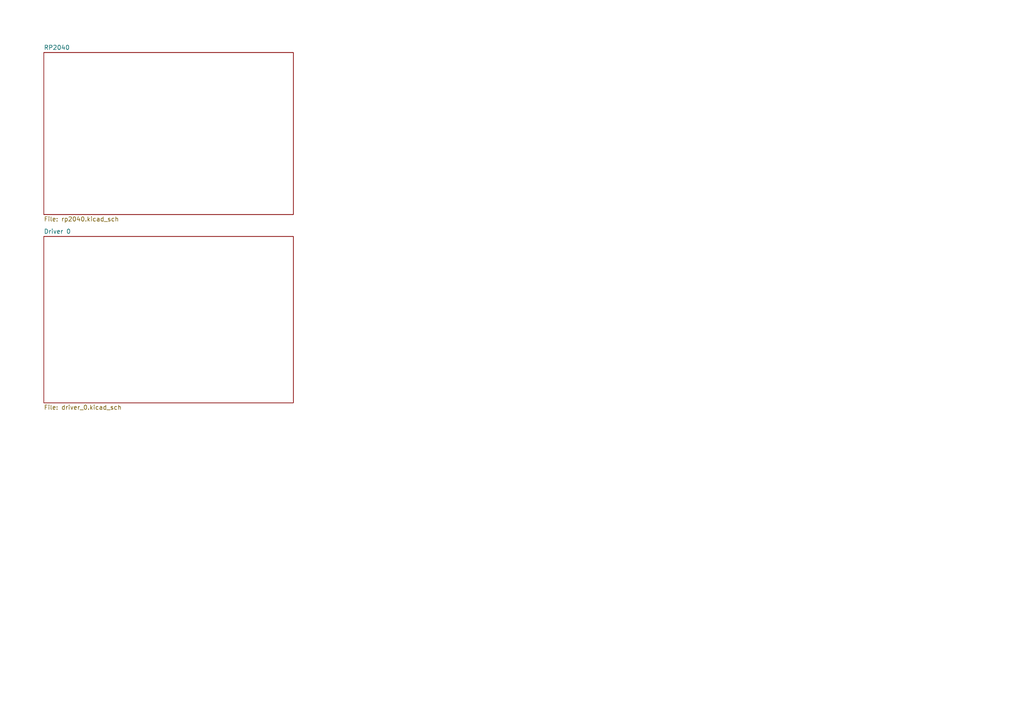
<source format=kicad_sch>
(kicad_sch (version 20211123) (generator eeschema)
  (paper "A4")
  (lib_symbols)
  (sheet (at 12.7 68.58) (size 72.39 48.26) (stroke (width 0.1524))
    (property "Sheet name" "Driver 0" (at 12.7 67.8684 0) (effects (justify left bottom)))
    (property "Sheet file" "driver_0.kicad_sch" (at 12.7 117.4246 0) (effects (justify left top)))
  )
  (sheet (at 12.7 15.24) (size 72.39 46.99) (stroke (width 0.1524))
    (property "Sheet name" "RP2040" (at 12.7 14.5284 0) (effects (justify left bottom)))
    (property "Sheet file" "rp2040.kicad_sch" (at 12.7 62.8146 0) (effects (justify left top)))
  )
)
</source>
